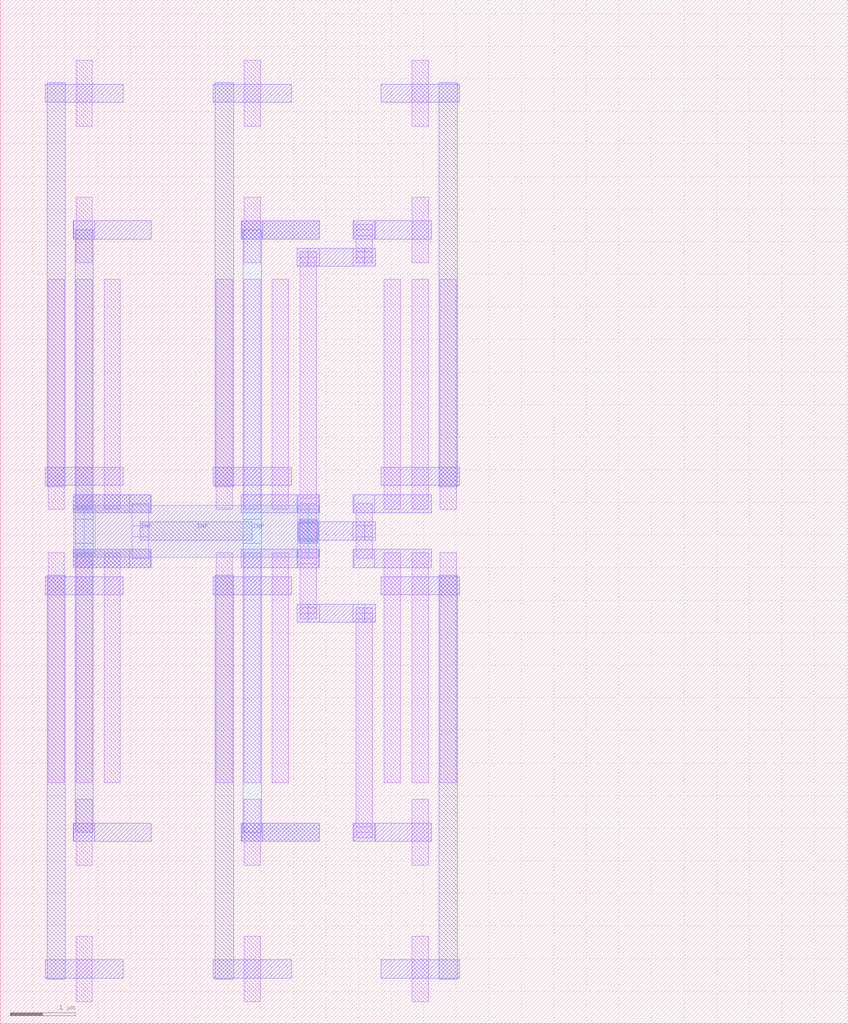
<source format=lef>
MACRO RING_OSCILLATOR
  ORIGIN 0 0 ;
  FOREIGN RING_OSCILLATOR 0 0 ;
  SIZE 13.02 BY 15.71 ;
  PIN INP
    DIRECTION INOUT ;
    USE SIGNAL ;
    PORT 
      LAYER M2 ;
        RECT 3.7 2.8 4.9 3.08 ;
      LAYER M2 ;
        RECT 3.7 12.04 4.9 12.32 ;
      LAYER M2 ;
        RECT 3.71 2.8 4.03 3.08 ;
      LAYER M3 ;
        RECT 3.73 2.94 4.01 12.18 ;
      LAYER M2 ;
        RECT 3.71 12.04 4.03 12.32 ;
      LAYER M2 ;
        RECT 1.12 7 2.32 7.28 ;
      LAYER M2 ;
        RECT 1.12 7.84 2.32 8.12 ;
      LAYER M2 ;
        RECT 1.99 7 2.31 7.28 ;
      LAYER M1 ;
        RECT 2.025 7.14 2.275 7.98 ;
      LAYER M2 ;
        RECT 1.99 7.84 2.31 8.12 ;
      LAYER M3 ;
        RECT 3.73 7.375 4.01 7.745 ;
      LAYER M2 ;
        RECT 2.15 7.42 3.87 7.7 ;
      LAYER M1 ;
        RECT 2.025 7.475 2.275 7.645 ;
    END
  END INP
  OBS 
  LAYER M2 ;
        RECT 1.12 2.8 2.32 3.08 ;
  LAYER M2 ;
        RECT 1.12 12.04 2.32 12.32 ;
  LAYER M2 ;
        RECT 1.13 2.8 1.45 3.08 ;
  LAYER M3 ;
        RECT 1.15 2.94 1.43 12.18 ;
  LAYER M2 ;
        RECT 1.13 12.04 1.45 12.32 ;
  LAYER M2 ;
        RECT 5.42 7 6.62 7.28 ;
  LAYER M2 ;
        RECT 5.42 7.84 6.62 8.12 ;
  LAYER M2 ;
        RECT 5.43 7 5.75 7.28 ;
  LAYER M1 ;
        RECT 5.465 7.14 5.715 7.98 ;
  LAYER M2 ;
        RECT 5.43 7.84 5.75 8.12 ;
  LAYER M3 ;
        RECT 1.15 7.375 1.43 7.745 ;
  LAYER M4 ;
        RECT 1.29 7.16 4.73 7.96 ;
  LAYER M3 ;
        RECT 4.59 7.439 4.87 7.681 ;
  LAYER M2 ;
        RECT 4.73 7.42 5.59 7.7 ;
  LAYER M1 ;
        RECT 5.465 7.475 5.715 7.645 ;
  LAYER M1 ;
        RECT 5.465 7.475 5.715 7.645 ;
  LAYER M2 ;
        RECT 5.42 7.42 5.76 7.7 ;
  LAYER M2 ;
        RECT 4.57 7.42 4.89 7.7 ;
  LAYER M3 ;
        RECT 4.59 7.4 4.87 7.72 ;
  LAYER M3 ;
        RECT 1.15 7.375 1.43 7.745 ;
  LAYER M4 ;
        RECT 1.125 7.16 1.455 7.96 ;
  LAYER M3 ;
        RECT 4.59 7.375 4.87 7.745 ;
  LAYER M4 ;
        RECT 4.565 7.16 4.895 7.96 ;
  LAYER M1 ;
        RECT 5.465 7.475 5.715 7.645 ;
  LAYER M2 ;
        RECT 5.42 7.42 5.76 7.7 ;
  LAYER M3 ;
        RECT 1.15 7.375 1.43 7.745 ;
  LAYER M4 ;
        RECT 1.125 7.16 1.455 7.96 ;
  LAYER M2 ;
        RECT 5.42 2.8 6.62 3.08 ;
  LAYER M2 ;
        RECT 3.7 7 4.9 7.28 ;
  LAYER M2 ;
        RECT 3.7 7.84 4.9 8.12 ;
  LAYER M2 ;
        RECT 5.42 12.04 6.62 12.32 ;
  LAYER M2 ;
        RECT 5.43 2.8 5.75 3.08 ;
  LAYER M1 ;
        RECT 5.465 2.94 5.715 6.3 ;
  LAYER M2 ;
        RECT 4.73 6.16 5.59 6.44 ;
  LAYER M1 ;
        RECT 4.605 6.3 4.855 7.14 ;
  LAYER M2 ;
        RECT 4.57 7 4.89 7.28 ;
  LAYER M1 ;
        RECT 4.605 7.14 4.855 7.98 ;
  LAYER M2 ;
        RECT 4.57 7.84 4.89 8.12 ;
  LAYER M1 ;
        RECT 4.605 7.98 4.855 11.76 ;
  LAYER M2 ;
        RECT 4.73 11.62 5.59 11.9 ;
  LAYER M1 ;
        RECT 5.465 11.76 5.715 12.18 ;
  LAYER M2 ;
        RECT 5.43 12.04 5.75 12.32 ;
  LAYER M1 ;
        RECT 4.605 6.215 4.855 6.385 ;
  LAYER M2 ;
        RECT 4.56 6.16 4.9 6.44 ;
  LAYER M1 ;
        RECT 4.605 7.055 4.855 7.225 ;
  LAYER M2 ;
        RECT 4.56 7 4.9 7.28 ;
  LAYER M1 ;
        RECT 5.465 2.855 5.715 3.025 ;
  LAYER M2 ;
        RECT 5.42 2.8 5.76 3.08 ;
  LAYER M1 ;
        RECT 5.465 6.215 5.715 6.385 ;
  LAYER M2 ;
        RECT 5.42 6.16 5.76 6.44 ;
  LAYER M1 ;
        RECT 4.605 6.215 4.855 6.385 ;
  LAYER M2 ;
        RECT 4.56 6.16 4.9 6.44 ;
  LAYER M1 ;
        RECT 4.605 7.055 4.855 7.225 ;
  LAYER M2 ;
        RECT 4.56 7 4.9 7.28 ;
  LAYER M1 ;
        RECT 5.465 2.855 5.715 3.025 ;
  LAYER M2 ;
        RECT 5.42 2.8 5.76 3.08 ;
  LAYER M1 ;
        RECT 5.465 6.215 5.715 6.385 ;
  LAYER M2 ;
        RECT 5.42 6.16 5.76 6.44 ;
  LAYER M1 ;
        RECT 4.605 6.215 4.855 6.385 ;
  LAYER M2 ;
        RECT 4.56 6.16 4.9 6.44 ;
  LAYER M1 ;
        RECT 4.605 7.055 4.855 7.225 ;
  LAYER M2 ;
        RECT 4.56 7 4.9 7.28 ;
  LAYER M1 ;
        RECT 4.605 7.895 4.855 8.065 ;
  LAYER M2 ;
        RECT 4.56 7.84 4.9 8.12 ;
  LAYER M1 ;
        RECT 5.465 2.855 5.715 3.025 ;
  LAYER M2 ;
        RECT 5.42 2.8 5.76 3.08 ;
  LAYER M1 ;
        RECT 5.465 6.215 5.715 6.385 ;
  LAYER M2 ;
        RECT 5.42 6.16 5.76 6.44 ;
  LAYER M1 ;
        RECT 4.605 6.215 4.855 6.385 ;
  LAYER M2 ;
        RECT 4.56 6.16 4.9 6.44 ;
  LAYER M1 ;
        RECT 4.605 7.055 4.855 7.225 ;
  LAYER M2 ;
        RECT 4.56 7 4.9 7.28 ;
  LAYER M1 ;
        RECT 4.605 7.895 4.855 8.065 ;
  LAYER M2 ;
        RECT 4.56 7.84 4.9 8.12 ;
  LAYER M1 ;
        RECT 5.465 2.855 5.715 3.025 ;
  LAYER M2 ;
        RECT 5.42 2.8 5.76 3.08 ;
  LAYER M1 ;
        RECT 5.465 6.215 5.715 6.385 ;
  LAYER M2 ;
        RECT 5.42 6.16 5.76 6.44 ;
  LAYER M1 ;
        RECT 4.605 6.215 4.855 6.385 ;
  LAYER M2 ;
        RECT 4.56 6.16 4.9 6.44 ;
  LAYER M1 ;
        RECT 4.605 7.055 4.855 7.225 ;
  LAYER M2 ;
        RECT 4.56 7 4.9 7.28 ;
  LAYER M1 ;
        RECT 4.605 7.895 4.855 8.065 ;
  LAYER M2 ;
        RECT 4.56 7.84 4.9 8.12 ;
  LAYER M1 ;
        RECT 4.605 11.675 4.855 11.845 ;
  LAYER M2 ;
        RECT 4.56 11.62 4.9 11.9 ;
  LAYER M1 ;
        RECT 5.465 2.855 5.715 3.025 ;
  LAYER M2 ;
        RECT 5.42 2.8 5.76 3.08 ;
  LAYER M1 ;
        RECT 5.465 6.215 5.715 6.385 ;
  LAYER M2 ;
        RECT 5.42 6.16 5.76 6.44 ;
  LAYER M1 ;
        RECT 5.465 11.675 5.715 11.845 ;
  LAYER M2 ;
        RECT 5.42 11.62 5.76 11.9 ;
  LAYER M1 ;
        RECT 5.465 12.095 5.715 12.265 ;
  LAYER M2 ;
        RECT 5.42 12.04 5.76 12.32 ;
  LAYER M1 ;
        RECT 4.605 6.215 4.855 6.385 ;
  LAYER M2 ;
        RECT 4.56 6.16 4.9 6.44 ;
  LAYER M1 ;
        RECT 4.605 7.055 4.855 7.225 ;
  LAYER M2 ;
        RECT 4.56 7 4.9 7.28 ;
  LAYER M1 ;
        RECT 4.605 7.895 4.855 8.065 ;
  LAYER M2 ;
        RECT 4.56 7.84 4.9 8.12 ;
  LAYER M1 ;
        RECT 4.605 11.675 4.855 11.845 ;
  LAYER M2 ;
        RECT 4.56 11.62 4.9 11.9 ;
  LAYER M1 ;
        RECT 5.465 2.855 5.715 3.025 ;
  LAYER M2 ;
        RECT 5.42 2.8 5.76 3.08 ;
  LAYER M1 ;
        RECT 5.465 6.215 5.715 6.385 ;
  LAYER M2 ;
        RECT 5.42 6.16 5.76 6.44 ;
  LAYER M1 ;
        RECT 5.465 11.675 5.715 11.845 ;
  LAYER M2 ;
        RECT 5.42 11.62 5.76 11.9 ;
  LAYER M1 ;
        RECT 5.465 12.095 5.715 12.265 ;
  LAYER M2 ;
        RECT 5.42 12.04 5.76 12.32 ;
  LAYER M1 ;
        RECT 3.745 3.695 3.995 7.225 ;
  LAYER M1 ;
        RECT 3.745 2.435 3.995 3.445 ;
  LAYER M1 ;
        RECT 3.745 0.335 3.995 1.345 ;
  LAYER M1 ;
        RECT 4.175 3.695 4.425 7.225 ;
  LAYER M1 ;
        RECT 3.315 3.695 3.565 7.225 ;
  LAYER M2 ;
        RECT 3.27 6.58 4.47 6.86 ;
  LAYER M2 ;
        RECT 3.27 0.7 4.47 0.98 ;
  LAYER M2 ;
        RECT 3.7 7 4.9 7.28 ;
  LAYER M2 ;
        RECT 3.7 2.8 4.9 3.08 ;
  LAYER M3 ;
        RECT 3.3 0.68 3.58 6.88 ;
  LAYER M1 ;
        RECT 6.325 3.695 6.575 7.225 ;
  LAYER M1 ;
        RECT 6.325 2.435 6.575 3.445 ;
  LAYER M1 ;
        RECT 6.325 0.335 6.575 1.345 ;
  LAYER M1 ;
        RECT 5.895 3.695 6.145 7.225 ;
  LAYER M1 ;
        RECT 6.755 3.695 7.005 7.225 ;
  LAYER M2 ;
        RECT 5.85 6.58 7.05 6.86 ;
  LAYER M2 ;
        RECT 5.85 0.7 7.05 0.98 ;
  LAYER M2 ;
        RECT 5.42 7 6.62 7.28 ;
  LAYER M2 ;
        RECT 5.42 2.8 6.62 3.08 ;
  LAYER M3 ;
        RECT 6.74 0.68 7.02 6.88 ;
  LAYER M1 ;
        RECT 3.745 7.895 3.995 11.425 ;
  LAYER M1 ;
        RECT 3.745 11.675 3.995 12.685 ;
  LAYER M1 ;
        RECT 3.745 13.775 3.995 14.785 ;
  LAYER M1 ;
        RECT 4.175 7.895 4.425 11.425 ;
  LAYER M1 ;
        RECT 3.315 7.895 3.565 11.425 ;
  LAYER M2 ;
        RECT 3.27 8.26 4.47 8.54 ;
  LAYER M2 ;
        RECT 3.27 14.14 4.47 14.42 ;
  LAYER M2 ;
        RECT 3.7 7.84 4.9 8.12 ;
  LAYER M2 ;
        RECT 3.7 12.04 4.9 12.32 ;
  LAYER M3 ;
        RECT 3.3 8.24 3.58 14.44 ;
  LAYER M1 ;
        RECT 6.325 7.895 6.575 11.425 ;
  LAYER M1 ;
        RECT 6.325 11.675 6.575 12.685 ;
  LAYER M1 ;
        RECT 6.325 13.775 6.575 14.785 ;
  LAYER M1 ;
        RECT 5.895 7.895 6.145 11.425 ;
  LAYER M1 ;
        RECT 6.755 7.895 7.005 11.425 ;
  LAYER M2 ;
        RECT 5.85 8.26 7.05 8.54 ;
  LAYER M2 ;
        RECT 5.85 14.14 7.05 14.42 ;
  LAYER M2 ;
        RECT 5.42 7.84 6.62 8.12 ;
  LAYER M2 ;
        RECT 5.42 12.04 6.62 12.32 ;
  LAYER M3 ;
        RECT 6.74 8.24 7.02 14.44 ;
  LAYER M1 ;
        RECT 1.165 3.695 1.415 7.225 ;
  LAYER M1 ;
        RECT 1.165 2.435 1.415 3.445 ;
  LAYER M1 ;
        RECT 1.165 0.335 1.415 1.345 ;
  LAYER M1 ;
        RECT 1.595 3.695 1.845 7.225 ;
  LAYER M1 ;
        RECT 0.735 3.695 0.985 7.225 ;
  LAYER M2 ;
        RECT 0.69 6.58 1.89 6.86 ;
  LAYER M2 ;
        RECT 0.69 0.7 1.89 0.98 ;
  LAYER M2 ;
        RECT 1.12 7 2.32 7.28 ;
  LAYER M2 ;
        RECT 1.12 2.8 2.32 3.08 ;
  LAYER M3 ;
        RECT 0.72 0.68 1 6.88 ;
  LAYER M1 ;
        RECT 1.165 7.895 1.415 11.425 ;
  LAYER M1 ;
        RECT 1.165 11.675 1.415 12.685 ;
  LAYER M1 ;
        RECT 1.165 13.775 1.415 14.785 ;
  LAYER M1 ;
        RECT 1.595 7.895 1.845 11.425 ;
  LAYER M1 ;
        RECT 0.735 7.895 0.985 11.425 ;
  LAYER M2 ;
        RECT 0.69 8.26 1.89 8.54 ;
  LAYER M2 ;
        RECT 0.69 14.14 1.89 14.42 ;
  LAYER M2 ;
        RECT 1.12 7.84 2.32 8.12 ;
  LAYER M2 ;
        RECT 1.12 12.04 2.32 12.32 ;
  LAYER M3 ;
        RECT 0.72 8.24 1 14.44 ;
  END 
END RING_OSCILLATOR

</source>
